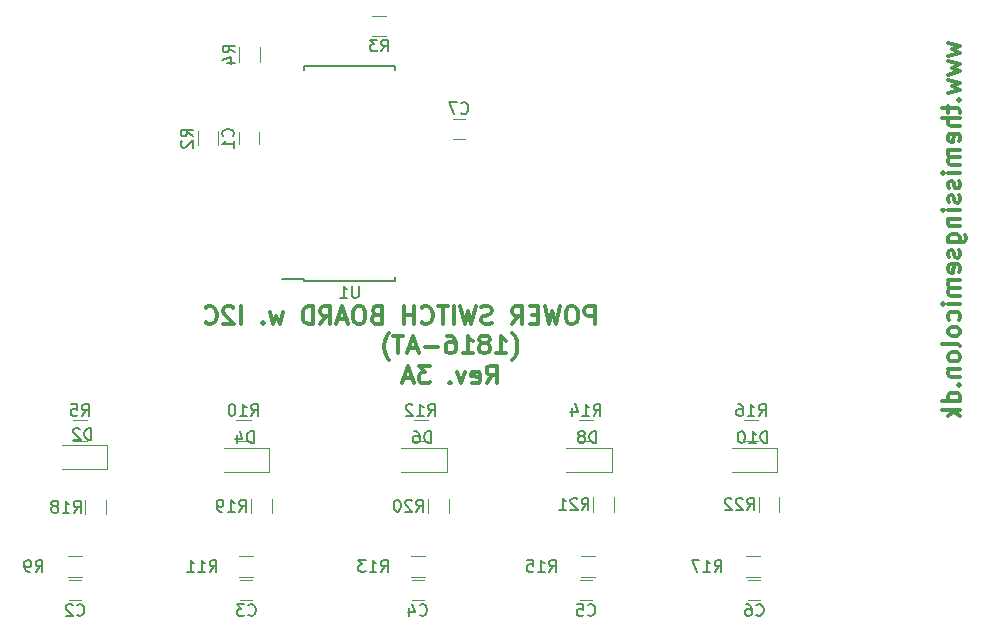
<source format=gbo>
G04 #@! TF.GenerationSoftware,KiCad,Pcbnew,(5.0.0-rc2-dev-340-g7483a73a5)*
G04 #@! TF.CreationDate,2018-04-20T18:58:31+02:00*
G04 #@! TF.ProjectId,PWRCTRLBRD,5057524354524C4252442E6B69636164,rev?*
G04 #@! TF.SameCoordinates,Original*
G04 #@! TF.FileFunction,Legend,Bot*
G04 #@! TF.FilePolarity,Positive*
%FSLAX46Y46*%
G04 Gerber Fmt 4.6, Leading zero omitted, Abs format (unit mm)*
G04 Created by KiCad (PCBNEW (5.0.0-rc2-dev-340-g7483a73a5)) date 04/20/18 18:58:31*
%MOMM*%
%LPD*%
G01*
G04 APERTURE LIST*
%ADD10C,0.300000*%
%ADD11C,0.120000*%
%ADD12C,0.150000*%
G04 APERTURE END LIST*
D10*
X212252571Y-95584857D02*
X213252571Y-95870571D01*
X212538285Y-96156285D01*
X213252571Y-96442000D01*
X212252571Y-96727714D01*
X212252571Y-97156285D02*
X213252571Y-97442000D01*
X212538285Y-97727714D01*
X213252571Y-98013428D01*
X212252571Y-98299142D01*
X212252571Y-98727714D02*
X213252571Y-99013428D01*
X212538285Y-99299142D01*
X213252571Y-99584857D01*
X212252571Y-99870571D01*
X213109714Y-100442000D02*
X213181142Y-100513428D01*
X213252571Y-100442000D01*
X213181142Y-100370571D01*
X213109714Y-100442000D01*
X213252571Y-100442000D01*
X212252571Y-100942000D02*
X212252571Y-101513428D01*
X211752571Y-101156285D02*
X213038285Y-101156285D01*
X213181142Y-101227714D01*
X213252571Y-101370571D01*
X213252571Y-101513428D01*
X213252571Y-102013428D02*
X211752571Y-102013428D01*
X213252571Y-102656285D02*
X212466857Y-102656285D01*
X212324000Y-102584857D01*
X212252571Y-102442000D01*
X212252571Y-102227714D01*
X212324000Y-102084857D01*
X212395428Y-102013428D01*
X213181142Y-103942000D02*
X213252571Y-103799142D01*
X213252571Y-103513428D01*
X213181142Y-103370571D01*
X213038285Y-103299142D01*
X212466857Y-103299142D01*
X212324000Y-103370571D01*
X212252571Y-103513428D01*
X212252571Y-103799142D01*
X212324000Y-103942000D01*
X212466857Y-104013428D01*
X212609714Y-104013428D01*
X212752571Y-103299142D01*
X213252571Y-104656285D02*
X212252571Y-104656285D01*
X212395428Y-104656285D02*
X212324000Y-104727714D01*
X212252571Y-104870571D01*
X212252571Y-105084857D01*
X212324000Y-105227714D01*
X212466857Y-105299142D01*
X213252571Y-105299142D01*
X212466857Y-105299142D02*
X212324000Y-105370571D01*
X212252571Y-105513428D01*
X212252571Y-105727714D01*
X212324000Y-105870571D01*
X212466857Y-105942000D01*
X213252571Y-105942000D01*
X213252571Y-106656285D02*
X212252571Y-106656285D01*
X211752571Y-106656285D02*
X211824000Y-106584857D01*
X211895428Y-106656285D01*
X211824000Y-106727714D01*
X211752571Y-106656285D01*
X211895428Y-106656285D01*
X213181142Y-107299142D02*
X213252571Y-107442000D01*
X213252571Y-107727714D01*
X213181142Y-107870571D01*
X213038285Y-107942000D01*
X212966857Y-107942000D01*
X212824000Y-107870571D01*
X212752571Y-107727714D01*
X212752571Y-107513428D01*
X212681142Y-107370571D01*
X212538285Y-107299142D01*
X212466857Y-107299142D01*
X212324000Y-107370571D01*
X212252571Y-107513428D01*
X212252571Y-107727714D01*
X212324000Y-107870571D01*
X213181142Y-108513428D02*
X213252571Y-108656285D01*
X213252571Y-108942000D01*
X213181142Y-109084857D01*
X213038285Y-109156285D01*
X212966857Y-109156285D01*
X212824000Y-109084857D01*
X212752571Y-108942000D01*
X212752571Y-108727714D01*
X212681142Y-108584857D01*
X212538285Y-108513428D01*
X212466857Y-108513428D01*
X212324000Y-108584857D01*
X212252571Y-108727714D01*
X212252571Y-108942000D01*
X212324000Y-109084857D01*
X213252571Y-109799142D02*
X212252571Y-109799142D01*
X211752571Y-109799142D02*
X211824000Y-109727714D01*
X211895428Y-109799142D01*
X211824000Y-109870571D01*
X211752571Y-109799142D01*
X211895428Y-109799142D01*
X212252571Y-110513428D02*
X213252571Y-110513428D01*
X212395428Y-110513428D02*
X212324000Y-110584857D01*
X212252571Y-110727714D01*
X212252571Y-110942000D01*
X212324000Y-111084857D01*
X212466857Y-111156285D01*
X213252571Y-111156285D01*
X212252571Y-112513428D02*
X213466857Y-112513428D01*
X213609714Y-112442000D01*
X213681142Y-112370571D01*
X213752571Y-112227714D01*
X213752571Y-112013428D01*
X213681142Y-111870571D01*
X213181142Y-112513428D02*
X213252571Y-112370571D01*
X213252571Y-112084857D01*
X213181142Y-111942000D01*
X213109714Y-111870571D01*
X212966857Y-111799142D01*
X212538285Y-111799142D01*
X212395428Y-111870571D01*
X212324000Y-111942000D01*
X212252571Y-112084857D01*
X212252571Y-112370571D01*
X212324000Y-112513428D01*
X213181142Y-113156285D02*
X213252571Y-113299142D01*
X213252571Y-113584857D01*
X213181142Y-113727714D01*
X213038285Y-113799142D01*
X212966857Y-113799142D01*
X212824000Y-113727714D01*
X212752571Y-113584857D01*
X212752571Y-113370571D01*
X212681142Y-113227714D01*
X212538285Y-113156285D01*
X212466857Y-113156285D01*
X212324000Y-113227714D01*
X212252571Y-113370571D01*
X212252571Y-113584857D01*
X212324000Y-113727714D01*
X213181142Y-115013428D02*
X213252571Y-114870571D01*
X213252571Y-114584857D01*
X213181142Y-114442000D01*
X213038285Y-114370571D01*
X212466857Y-114370571D01*
X212324000Y-114442000D01*
X212252571Y-114584857D01*
X212252571Y-114870571D01*
X212324000Y-115013428D01*
X212466857Y-115084857D01*
X212609714Y-115084857D01*
X212752571Y-114370571D01*
X213252571Y-115727714D02*
X212252571Y-115727714D01*
X212395428Y-115727714D02*
X212324000Y-115799142D01*
X212252571Y-115942000D01*
X212252571Y-116156285D01*
X212324000Y-116299142D01*
X212466857Y-116370571D01*
X213252571Y-116370571D01*
X212466857Y-116370571D02*
X212324000Y-116442000D01*
X212252571Y-116584857D01*
X212252571Y-116799142D01*
X212324000Y-116942000D01*
X212466857Y-117013428D01*
X213252571Y-117013428D01*
X213252571Y-117727714D02*
X212252571Y-117727714D01*
X211752571Y-117727714D02*
X211824000Y-117656285D01*
X211895428Y-117727714D01*
X211824000Y-117799142D01*
X211752571Y-117727714D01*
X211895428Y-117727714D01*
X213181142Y-119084857D02*
X213252571Y-118942000D01*
X213252571Y-118656285D01*
X213181142Y-118513428D01*
X213109714Y-118442000D01*
X212966857Y-118370571D01*
X212538285Y-118370571D01*
X212395428Y-118442000D01*
X212324000Y-118513428D01*
X212252571Y-118656285D01*
X212252571Y-118942000D01*
X212324000Y-119084857D01*
X213252571Y-119942000D02*
X213181142Y-119799142D01*
X213109714Y-119727714D01*
X212966857Y-119656285D01*
X212538285Y-119656285D01*
X212395428Y-119727714D01*
X212324000Y-119799142D01*
X212252571Y-119942000D01*
X212252571Y-120156285D01*
X212324000Y-120299142D01*
X212395428Y-120370571D01*
X212538285Y-120442000D01*
X212966857Y-120442000D01*
X213109714Y-120370571D01*
X213181142Y-120299142D01*
X213252571Y-120156285D01*
X213252571Y-119942000D01*
X213252571Y-121299142D02*
X213181142Y-121156285D01*
X213038285Y-121084857D01*
X211752571Y-121084857D01*
X213252571Y-122084857D02*
X213181142Y-121942000D01*
X213109714Y-121870571D01*
X212966857Y-121799142D01*
X212538285Y-121799142D01*
X212395428Y-121870571D01*
X212324000Y-121942000D01*
X212252571Y-122084857D01*
X212252571Y-122299142D01*
X212324000Y-122442000D01*
X212395428Y-122513428D01*
X212538285Y-122584857D01*
X212966857Y-122584857D01*
X213109714Y-122513428D01*
X213181142Y-122442000D01*
X213252571Y-122299142D01*
X213252571Y-122084857D01*
X212252571Y-123227714D02*
X213252571Y-123227714D01*
X212395428Y-123227714D02*
X212324000Y-123299142D01*
X212252571Y-123442000D01*
X212252571Y-123656285D01*
X212324000Y-123799142D01*
X212466857Y-123870571D01*
X213252571Y-123870571D01*
X213109714Y-124584857D02*
X213181142Y-124656285D01*
X213252571Y-124584857D01*
X213181142Y-124513428D01*
X213109714Y-124584857D01*
X213252571Y-124584857D01*
X213252571Y-125942000D02*
X211752571Y-125942000D01*
X213181142Y-125942000D02*
X213252571Y-125799142D01*
X213252571Y-125513428D01*
X213181142Y-125370571D01*
X213109714Y-125299142D01*
X212966857Y-125227714D01*
X212538285Y-125227714D01*
X212395428Y-125299142D01*
X212324000Y-125370571D01*
X212252571Y-125513428D01*
X212252571Y-125799142D01*
X212324000Y-125942000D01*
X213252571Y-126656285D02*
X211752571Y-126656285D01*
X212681142Y-126799142D02*
X213252571Y-127227714D01*
X212252571Y-127227714D02*
X212824000Y-126656285D01*
X175338285Y-122467000D02*
X175409714Y-122395571D01*
X175552571Y-122181285D01*
X175624000Y-122038428D01*
X175695428Y-121824142D01*
X175766857Y-121467000D01*
X175766857Y-121181285D01*
X175695428Y-120824142D01*
X175624000Y-120609857D01*
X175552571Y-120467000D01*
X175409714Y-120252714D01*
X175338285Y-120181285D01*
X173981142Y-121895571D02*
X174838285Y-121895571D01*
X174409714Y-121895571D02*
X174409714Y-120395571D01*
X174552571Y-120609857D01*
X174695428Y-120752714D01*
X174838285Y-120824142D01*
X173124000Y-121038428D02*
X173266857Y-120967000D01*
X173338285Y-120895571D01*
X173409714Y-120752714D01*
X173409714Y-120681285D01*
X173338285Y-120538428D01*
X173266857Y-120467000D01*
X173124000Y-120395571D01*
X172838285Y-120395571D01*
X172695428Y-120467000D01*
X172624000Y-120538428D01*
X172552571Y-120681285D01*
X172552571Y-120752714D01*
X172624000Y-120895571D01*
X172695428Y-120967000D01*
X172838285Y-121038428D01*
X173124000Y-121038428D01*
X173266857Y-121109857D01*
X173338285Y-121181285D01*
X173409714Y-121324142D01*
X173409714Y-121609857D01*
X173338285Y-121752714D01*
X173266857Y-121824142D01*
X173124000Y-121895571D01*
X172838285Y-121895571D01*
X172695428Y-121824142D01*
X172624000Y-121752714D01*
X172552571Y-121609857D01*
X172552571Y-121324142D01*
X172624000Y-121181285D01*
X172695428Y-121109857D01*
X172838285Y-121038428D01*
X171124000Y-121895571D02*
X171981142Y-121895571D01*
X171552571Y-121895571D02*
X171552571Y-120395571D01*
X171695428Y-120609857D01*
X171838285Y-120752714D01*
X171981142Y-120824142D01*
X169838285Y-120395571D02*
X170124000Y-120395571D01*
X170266857Y-120467000D01*
X170338285Y-120538428D01*
X170481142Y-120752714D01*
X170552571Y-121038428D01*
X170552571Y-121609857D01*
X170481142Y-121752714D01*
X170409714Y-121824142D01*
X170266857Y-121895571D01*
X169981142Y-121895571D01*
X169838285Y-121824142D01*
X169766857Y-121752714D01*
X169695428Y-121609857D01*
X169695428Y-121252714D01*
X169766857Y-121109857D01*
X169838285Y-121038428D01*
X169981142Y-120967000D01*
X170266857Y-120967000D01*
X170409714Y-121038428D01*
X170481142Y-121109857D01*
X170552571Y-121252714D01*
X169052571Y-121324142D02*
X167909714Y-121324142D01*
X167266857Y-121467000D02*
X166552571Y-121467000D01*
X167409714Y-121895571D02*
X166909714Y-120395571D01*
X166409714Y-121895571D01*
X166124000Y-120395571D02*
X165266857Y-120395571D01*
X165695428Y-121895571D02*
X165695428Y-120395571D01*
X164909714Y-122467000D02*
X164838285Y-122395571D01*
X164695428Y-122181285D01*
X164624000Y-122038428D01*
X164552571Y-121824142D01*
X164481142Y-121467000D01*
X164481142Y-121181285D01*
X164552571Y-120824142D01*
X164624000Y-120609857D01*
X164695428Y-120467000D01*
X164838285Y-120252714D01*
X164909714Y-120181285D01*
X173159714Y-124445571D02*
X173659714Y-123731285D01*
X174016857Y-124445571D02*
X174016857Y-122945571D01*
X173445428Y-122945571D01*
X173302571Y-123017000D01*
X173231142Y-123088428D01*
X173159714Y-123231285D01*
X173159714Y-123445571D01*
X173231142Y-123588428D01*
X173302571Y-123659857D01*
X173445428Y-123731285D01*
X174016857Y-123731285D01*
X171945428Y-124374142D02*
X172088285Y-124445571D01*
X172374000Y-124445571D01*
X172516857Y-124374142D01*
X172588285Y-124231285D01*
X172588285Y-123659857D01*
X172516857Y-123517000D01*
X172374000Y-123445571D01*
X172088285Y-123445571D01*
X171945428Y-123517000D01*
X171874000Y-123659857D01*
X171874000Y-123802714D01*
X172588285Y-123945571D01*
X171374000Y-123445571D02*
X171016857Y-124445571D01*
X170659714Y-123445571D01*
X170088285Y-124302714D02*
X170016857Y-124374142D01*
X170088285Y-124445571D01*
X170159714Y-124374142D01*
X170088285Y-124302714D01*
X170088285Y-124445571D01*
X168374000Y-122945571D02*
X167445428Y-122945571D01*
X167945428Y-123517000D01*
X167731142Y-123517000D01*
X167588285Y-123588428D01*
X167516857Y-123659857D01*
X167445428Y-123802714D01*
X167445428Y-124159857D01*
X167516857Y-124302714D01*
X167588285Y-124374142D01*
X167731142Y-124445571D01*
X168159714Y-124445571D01*
X168302571Y-124374142D01*
X168374000Y-124302714D01*
X166874000Y-124017000D02*
X166159714Y-124017000D01*
X167016857Y-124445571D02*
X166516857Y-122945571D01*
X166016857Y-124445571D01*
X182302571Y-119420571D02*
X182302571Y-117920571D01*
X181731142Y-117920571D01*
X181588285Y-117992000D01*
X181516857Y-118063428D01*
X181445428Y-118206285D01*
X181445428Y-118420571D01*
X181516857Y-118563428D01*
X181588285Y-118634857D01*
X181731142Y-118706285D01*
X182302571Y-118706285D01*
X180516857Y-117920571D02*
X180231142Y-117920571D01*
X180088285Y-117992000D01*
X179945428Y-118134857D01*
X179874000Y-118420571D01*
X179874000Y-118920571D01*
X179945428Y-119206285D01*
X180088285Y-119349142D01*
X180231142Y-119420571D01*
X180516857Y-119420571D01*
X180659714Y-119349142D01*
X180802571Y-119206285D01*
X180874000Y-118920571D01*
X180874000Y-118420571D01*
X180802571Y-118134857D01*
X180659714Y-117992000D01*
X180516857Y-117920571D01*
X179374000Y-117920571D02*
X179016857Y-119420571D01*
X178731142Y-118349142D01*
X178445428Y-119420571D01*
X178088285Y-117920571D01*
X177516857Y-118634857D02*
X177016857Y-118634857D01*
X176802571Y-119420571D02*
X177516857Y-119420571D01*
X177516857Y-117920571D01*
X176802571Y-117920571D01*
X175302571Y-119420571D02*
X175802571Y-118706285D01*
X176159714Y-119420571D02*
X176159714Y-117920571D01*
X175588285Y-117920571D01*
X175445428Y-117992000D01*
X175374000Y-118063428D01*
X175302571Y-118206285D01*
X175302571Y-118420571D01*
X175374000Y-118563428D01*
X175445428Y-118634857D01*
X175588285Y-118706285D01*
X176159714Y-118706285D01*
X173588285Y-119349142D02*
X173374000Y-119420571D01*
X173016857Y-119420571D01*
X172874000Y-119349142D01*
X172802571Y-119277714D01*
X172731142Y-119134857D01*
X172731142Y-118992000D01*
X172802571Y-118849142D01*
X172874000Y-118777714D01*
X173016857Y-118706285D01*
X173302571Y-118634857D01*
X173445428Y-118563428D01*
X173516857Y-118492000D01*
X173588285Y-118349142D01*
X173588285Y-118206285D01*
X173516857Y-118063428D01*
X173445428Y-117992000D01*
X173302571Y-117920571D01*
X172945428Y-117920571D01*
X172731142Y-117992000D01*
X172231142Y-117920571D02*
X171874000Y-119420571D01*
X171588285Y-118349142D01*
X171302571Y-119420571D01*
X170945428Y-117920571D01*
X170374000Y-119420571D02*
X170374000Y-117920571D01*
X169874000Y-117920571D02*
X169016857Y-117920571D01*
X169445428Y-119420571D02*
X169445428Y-117920571D01*
X167659714Y-119277714D02*
X167731142Y-119349142D01*
X167945428Y-119420571D01*
X168088285Y-119420571D01*
X168302571Y-119349142D01*
X168445428Y-119206285D01*
X168516857Y-119063428D01*
X168588285Y-118777714D01*
X168588285Y-118563428D01*
X168516857Y-118277714D01*
X168445428Y-118134857D01*
X168302571Y-117992000D01*
X168088285Y-117920571D01*
X167945428Y-117920571D01*
X167731142Y-117992000D01*
X167659714Y-118063428D01*
X167016857Y-119420571D02*
X167016857Y-117920571D01*
X167016857Y-118634857D02*
X166159714Y-118634857D01*
X166159714Y-119420571D02*
X166159714Y-117920571D01*
X163802571Y-118634857D02*
X163588285Y-118706285D01*
X163516857Y-118777714D01*
X163445428Y-118920571D01*
X163445428Y-119134857D01*
X163516857Y-119277714D01*
X163588285Y-119349142D01*
X163731142Y-119420571D01*
X164302571Y-119420571D01*
X164302571Y-117920571D01*
X163802571Y-117920571D01*
X163659714Y-117992000D01*
X163588285Y-118063428D01*
X163516857Y-118206285D01*
X163516857Y-118349142D01*
X163588285Y-118492000D01*
X163659714Y-118563428D01*
X163802571Y-118634857D01*
X164302571Y-118634857D01*
X162516857Y-117920571D02*
X162231142Y-117920571D01*
X162088285Y-117992000D01*
X161945428Y-118134857D01*
X161874000Y-118420571D01*
X161874000Y-118920571D01*
X161945428Y-119206285D01*
X162088285Y-119349142D01*
X162231142Y-119420571D01*
X162516857Y-119420571D01*
X162659714Y-119349142D01*
X162802571Y-119206285D01*
X162874000Y-118920571D01*
X162874000Y-118420571D01*
X162802571Y-118134857D01*
X162659714Y-117992000D01*
X162516857Y-117920571D01*
X161302571Y-118992000D02*
X160588285Y-118992000D01*
X161445428Y-119420571D02*
X160945428Y-117920571D01*
X160445428Y-119420571D01*
X159088285Y-119420571D02*
X159588285Y-118706285D01*
X159945428Y-119420571D02*
X159945428Y-117920571D01*
X159374000Y-117920571D01*
X159231142Y-117992000D01*
X159159714Y-118063428D01*
X159088285Y-118206285D01*
X159088285Y-118420571D01*
X159159714Y-118563428D01*
X159231142Y-118634857D01*
X159374000Y-118706285D01*
X159945428Y-118706285D01*
X158445428Y-119420571D02*
X158445428Y-117920571D01*
X158088285Y-117920571D01*
X157874000Y-117992000D01*
X157731142Y-118134857D01*
X157659714Y-118277714D01*
X157588285Y-118563428D01*
X157588285Y-118777714D01*
X157659714Y-119063428D01*
X157731142Y-119206285D01*
X157874000Y-119349142D01*
X158088285Y-119420571D01*
X158445428Y-119420571D01*
X155945428Y-118420571D02*
X155659714Y-119420571D01*
X155374000Y-118706285D01*
X155088285Y-119420571D01*
X154802571Y-118420571D01*
X154231142Y-119277714D02*
X154159714Y-119349142D01*
X154231142Y-119420571D01*
X154302571Y-119349142D01*
X154231142Y-119277714D01*
X154231142Y-119420571D01*
X152374000Y-119420571D02*
X152374000Y-117920571D01*
X151731142Y-118063428D02*
X151659714Y-117992000D01*
X151516857Y-117920571D01*
X151159714Y-117920571D01*
X151016857Y-117992000D01*
X150945428Y-118063428D01*
X150874000Y-118206285D01*
X150874000Y-118349142D01*
X150945428Y-118563428D01*
X151802571Y-119420571D01*
X150874000Y-119420571D01*
X149374000Y-119277714D02*
X149445428Y-119349142D01*
X149659714Y-119420571D01*
X149802571Y-119420571D01*
X150016857Y-119349142D01*
X150159714Y-119206285D01*
X150231142Y-119063428D01*
X150302571Y-118777714D01*
X150302571Y-118563428D01*
X150231142Y-118277714D01*
X150159714Y-118134857D01*
X150016857Y-117992000D01*
X149802571Y-117920571D01*
X149659714Y-117920571D01*
X149445428Y-117992000D01*
X149374000Y-118063428D01*
D11*
X152224000Y-104192000D02*
X152224000Y-103192000D01*
X153924000Y-103192000D02*
X153924000Y-104192000D01*
X138824000Y-142792000D02*
X137824000Y-142792000D01*
X137824000Y-141092000D02*
X138824000Y-141092000D01*
X153324000Y-142792000D02*
X152324000Y-142792000D01*
X152324000Y-141092000D02*
X153324000Y-141092000D01*
X167824000Y-142792000D02*
X166824000Y-142792000D01*
X166824000Y-141092000D02*
X167824000Y-141092000D01*
X182074000Y-142792000D02*
X181074000Y-142792000D01*
X181074000Y-141092000D02*
X182074000Y-141092000D01*
X196324000Y-142792000D02*
X195324000Y-142792000D01*
X195324000Y-141092000D02*
X196324000Y-141092000D01*
X148694000Y-103092000D02*
X148694000Y-104292000D01*
X150454000Y-104292000D02*
X150454000Y-103092000D01*
X164674000Y-93312000D02*
X163474000Y-93312000D01*
X163474000Y-95072000D02*
X164674000Y-95072000D01*
X153954000Y-97192000D02*
X153954000Y-95992000D01*
X152194000Y-95992000D02*
X152194000Y-97192000D01*
X138124000Y-129322000D02*
X139324000Y-129322000D01*
X139324000Y-127562000D02*
X138124000Y-127562000D01*
X138924000Y-139062000D02*
X137724000Y-139062000D01*
X137724000Y-140822000D02*
X138924000Y-140822000D01*
X151974000Y-129322000D02*
X153174000Y-129322000D01*
X153174000Y-127562000D02*
X151974000Y-127562000D01*
X153424000Y-139062000D02*
X152224000Y-139062000D01*
X152224000Y-140822000D02*
X153424000Y-140822000D01*
X166974000Y-129322000D02*
X168174000Y-129322000D01*
X168174000Y-127562000D02*
X166974000Y-127562000D01*
X167924000Y-139062000D02*
X166724000Y-139062000D01*
X166724000Y-140822000D02*
X167924000Y-140822000D01*
X180974000Y-129322000D02*
X182174000Y-129322000D01*
X182174000Y-127562000D02*
X180974000Y-127562000D01*
X182324000Y-139062000D02*
X181124000Y-139062000D01*
X181124000Y-140822000D02*
X182324000Y-140822000D01*
X194974000Y-129322000D02*
X196174000Y-129322000D01*
X196174000Y-127562000D02*
X194974000Y-127562000D01*
X196324000Y-139062000D02*
X195124000Y-139062000D01*
X195124000Y-140822000D02*
X196324000Y-140822000D01*
D12*
X157699000Y-115817000D02*
X157699000Y-115567000D01*
X165449000Y-115817000D02*
X165449000Y-115472000D01*
X165449000Y-97567000D02*
X165449000Y-97912000D01*
X157699000Y-97567000D02*
X157699000Y-97912000D01*
X157699000Y-115817000D02*
X165449000Y-115817000D01*
X157699000Y-97567000D02*
X165449000Y-97567000D01*
X157699000Y-115567000D02*
X155874000Y-115567000D01*
D11*
X140954000Y-135542000D02*
X140954000Y-134342000D01*
X139194000Y-134342000D02*
X139194000Y-135542000D01*
X154954000Y-135442000D02*
X154954000Y-134242000D01*
X153194000Y-134242000D02*
X153194000Y-135442000D01*
X169954000Y-135442000D02*
X169954000Y-134242000D01*
X168194000Y-134242000D02*
X168194000Y-135442000D01*
X183954000Y-135292000D02*
X183954000Y-134092000D01*
X182194000Y-134092000D02*
X182194000Y-135292000D01*
X197954000Y-135292000D02*
X197954000Y-134092000D01*
X196194000Y-134092000D02*
X196194000Y-135292000D01*
X170324000Y-102092000D02*
X171324000Y-102092000D01*
X171324000Y-103792000D02*
X170324000Y-103792000D01*
X141024000Y-129692000D02*
X137174000Y-129692000D01*
X141024000Y-131692000D02*
X137174000Y-131692000D01*
X141024000Y-129692000D02*
X141024000Y-131692000D01*
X154774000Y-129942000D02*
X154774000Y-131942000D01*
X154774000Y-131942000D02*
X150924000Y-131942000D01*
X154774000Y-129942000D02*
X150924000Y-129942000D01*
X169774000Y-129942000D02*
X169774000Y-131942000D01*
X169774000Y-131942000D02*
X165924000Y-131942000D01*
X169774000Y-129942000D02*
X165924000Y-129942000D01*
X183774000Y-129942000D02*
X183774000Y-131942000D01*
X183774000Y-131942000D02*
X179924000Y-131942000D01*
X183774000Y-129942000D02*
X179924000Y-129942000D01*
X197774000Y-129942000D02*
X197774000Y-131942000D01*
X197774000Y-131942000D02*
X193924000Y-131942000D01*
X197774000Y-129942000D02*
X193924000Y-129942000D01*
D12*
X151681142Y-103525333D02*
X151728761Y-103477714D01*
X151776380Y-103334857D01*
X151776380Y-103239619D01*
X151728761Y-103096761D01*
X151633523Y-103001523D01*
X151538285Y-102953904D01*
X151347809Y-102906285D01*
X151204952Y-102906285D01*
X151014476Y-102953904D01*
X150919238Y-103001523D01*
X150824000Y-103096761D01*
X150776380Y-103239619D01*
X150776380Y-103334857D01*
X150824000Y-103477714D01*
X150871619Y-103525333D01*
X151776380Y-104477714D02*
X151776380Y-103906285D01*
X151776380Y-104192000D02*
X150776380Y-104192000D01*
X150919238Y-104096761D01*
X151014476Y-104001523D01*
X151062095Y-103906285D01*
X138490666Y-144049142D02*
X138538285Y-144096761D01*
X138681142Y-144144380D01*
X138776380Y-144144380D01*
X138919238Y-144096761D01*
X139014476Y-144001523D01*
X139062095Y-143906285D01*
X139109714Y-143715809D01*
X139109714Y-143572952D01*
X139062095Y-143382476D01*
X139014476Y-143287238D01*
X138919238Y-143192000D01*
X138776380Y-143144380D01*
X138681142Y-143144380D01*
X138538285Y-143192000D01*
X138490666Y-143239619D01*
X138109714Y-143239619D02*
X138062095Y-143192000D01*
X137966857Y-143144380D01*
X137728761Y-143144380D01*
X137633523Y-143192000D01*
X137585904Y-143239619D01*
X137538285Y-143334857D01*
X137538285Y-143430095D01*
X137585904Y-143572952D01*
X138157333Y-144144380D01*
X137538285Y-144144380D01*
X152990666Y-144049142D02*
X153038285Y-144096761D01*
X153181142Y-144144380D01*
X153276380Y-144144380D01*
X153419238Y-144096761D01*
X153514476Y-144001523D01*
X153562095Y-143906285D01*
X153609714Y-143715809D01*
X153609714Y-143572952D01*
X153562095Y-143382476D01*
X153514476Y-143287238D01*
X153419238Y-143192000D01*
X153276380Y-143144380D01*
X153181142Y-143144380D01*
X153038285Y-143192000D01*
X152990666Y-143239619D01*
X152657333Y-143144380D02*
X152038285Y-143144380D01*
X152371619Y-143525333D01*
X152228761Y-143525333D01*
X152133523Y-143572952D01*
X152085904Y-143620571D01*
X152038285Y-143715809D01*
X152038285Y-143953904D01*
X152085904Y-144049142D01*
X152133523Y-144096761D01*
X152228761Y-144144380D01*
X152514476Y-144144380D01*
X152609714Y-144096761D01*
X152657333Y-144049142D01*
X167490666Y-144049142D02*
X167538285Y-144096761D01*
X167681142Y-144144380D01*
X167776380Y-144144380D01*
X167919238Y-144096761D01*
X168014476Y-144001523D01*
X168062095Y-143906285D01*
X168109714Y-143715809D01*
X168109714Y-143572952D01*
X168062095Y-143382476D01*
X168014476Y-143287238D01*
X167919238Y-143192000D01*
X167776380Y-143144380D01*
X167681142Y-143144380D01*
X167538285Y-143192000D01*
X167490666Y-143239619D01*
X166633523Y-143477714D02*
X166633523Y-144144380D01*
X166871619Y-143096761D02*
X167109714Y-143811047D01*
X166490666Y-143811047D01*
X181740666Y-144049142D02*
X181788285Y-144096761D01*
X181931142Y-144144380D01*
X182026380Y-144144380D01*
X182169238Y-144096761D01*
X182264476Y-144001523D01*
X182312095Y-143906285D01*
X182359714Y-143715809D01*
X182359714Y-143572952D01*
X182312095Y-143382476D01*
X182264476Y-143287238D01*
X182169238Y-143192000D01*
X182026380Y-143144380D01*
X181931142Y-143144380D01*
X181788285Y-143192000D01*
X181740666Y-143239619D01*
X180835904Y-143144380D02*
X181312095Y-143144380D01*
X181359714Y-143620571D01*
X181312095Y-143572952D01*
X181216857Y-143525333D01*
X180978761Y-143525333D01*
X180883523Y-143572952D01*
X180835904Y-143620571D01*
X180788285Y-143715809D01*
X180788285Y-143953904D01*
X180835904Y-144049142D01*
X180883523Y-144096761D01*
X180978761Y-144144380D01*
X181216857Y-144144380D01*
X181312095Y-144096761D01*
X181359714Y-144049142D01*
X195990666Y-144049142D02*
X196038285Y-144096761D01*
X196181142Y-144144380D01*
X196276380Y-144144380D01*
X196419238Y-144096761D01*
X196514476Y-144001523D01*
X196562095Y-143906285D01*
X196609714Y-143715809D01*
X196609714Y-143572952D01*
X196562095Y-143382476D01*
X196514476Y-143287238D01*
X196419238Y-143192000D01*
X196276380Y-143144380D01*
X196181142Y-143144380D01*
X196038285Y-143192000D01*
X195990666Y-143239619D01*
X195133523Y-143144380D02*
X195324000Y-143144380D01*
X195419238Y-143192000D01*
X195466857Y-143239619D01*
X195562095Y-143382476D01*
X195609714Y-143572952D01*
X195609714Y-143953904D01*
X195562095Y-144049142D01*
X195514476Y-144096761D01*
X195419238Y-144144380D01*
X195228761Y-144144380D01*
X195133523Y-144096761D01*
X195085904Y-144049142D01*
X195038285Y-143953904D01*
X195038285Y-143715809D01*
X195085904Y-143620571D01*
X195133523Y-143572952D01*
X195228761Y-143525333D01*
X195419238Y-143525333D01*
X195514476Y-143572952D01*
X195562095Y-143620571D01*
X195609714Y-143715809D01*
X148276380Y-103525333D02*
X147800190Y-103192000D01*
X148276380Y-102953904D02*
X147276380Y-102953904D01*
X147276380Y-103334857D01*
X147324000Y-103430095D01*
X147371619Y-103477714D01*
X147466857Y-103525333D01*
X147609714Y-103525333D01*
X147704952Y-103477714D01*
X147752571Y-103430095D01*
X147800190Y-103334857D01*
X147800190Y-102953904D01*
X147371619Y-103906285D02*
X147324000Y-103953904D01*
X147276380Y-104049142D01*
X147276380Y-104287238D01*
X147324000Y-104382476D01*
X147371619Y-104430095D01*
X147466857Y-104477714D01*
X147562095Y-104477714D01*
X147704952Y-104430095D01*
X148276380Y-103858666D01*
X148276380Y-104477714D01*
X164240666Y-96344380D02*
X164574000Y-95868190D01*
X164812095Y-96344380D02*
X164812095Y-95344380D01*
X164431142Y-95344380D01*
X164335904Y-95392000D01*
X164288285Y-95439619D01*
X164240666Y-95534857D01*
X164240666Y-95677714D01*
X164288285Y-95772952D01*
X164335904Y-95820571D01*
X164431142Y-95868190D01*
X164812095Y-95868190D01*
X163907333Y-95344380D02*
X163288285Y-95344380D01*
X163621619Y-95725333D01*
X163478761Y-95725333D01*
X163383523Y-95772952D01*
X163335904Y-95820571D01*
X163288285Y-95915809D01*
X163288285Y-96153904D01*
X163335904Y-96249142D01*
X163383523Y-96296761D01*
X163478761Y-96344380D01*
X163764476Y-96344380D01*
X163859714Y-96296761D01*
X163907333Y-96249142D01*
X151826380Y-96425333D02*
X151350190Y-96092000D01*
X151826380Y-95853904D02*
X150826380Y-95853904D01*
X150826380Y-96234857D01*
X150874000Y-96330095D01*
X150921619Y-96377714D01*
X151016857Y-96425333D01*
X151159714Y-96425333D01*
X151254952Y-96377714D01*
X151302571Y-96330095D01*
X151350190Y-96234857D01*
X151350190Y-95853904D01*
X151159714Y-97282476D02*
X151826380Y-97282476D01*
X150778761Y-97044380D02*
X151493047Y-96806285D01*
X151493047Y-97425333D01*
X138890666Y-127194380D02*
X139224000Y-126718190D01*
X139462095Y-127194380D02*
X139462095Y-126194380D01*
X139081142Y-126194380D01*
X138985904Y-126242000D01*
X138938285Y-126289619D01*
X138890666Y-126384857D01*
X138890666Y-126527714D01*
X138938285Y-126622952D01*
X138985904Y-126670571D01*
X139081142Y-126718190D01*
X139462095Y-126718190D01*
X137985904Y-126194380D02*
X138462095Y-126194380D01*
X138509714Y-126670571D01*
X138462095Y-126622952D01*
X138366857Y-126575333D01*
X138128761Y-126575333D01*
X138033523Y-126622952D01*
X137985904Y-126670571D01*
X137938285Y-126765809D01*
X137938285Y-127003904D01*
X137985904Y-127099142D01*
X138033523Y-127146761D01*
X138128761Y-127194380D01*
X138366857Y-127194380D01*
X138462095Y-127146761D01*
X138509714Y-127099142D01*
X134990666Y-140394380D02*
X135324000Y-139918190D01*
X135562095Y-140394380D02*
X135562095Y-139394380D01*
X135181142Y-139394380D01*
X135085904Y-139442000D01*
X135038285Y-139489619D01*
X134990666Y-139584857D01*
X134990666Y-139727714D01*
X135038285Y-139822952D01*
X135085904Y-139870571D01*
X135181142Y-139918190D01*
X135562095Y-139918190D01*
X134514476Y-140394380D02*
X134324000Y-140394380D01*
X134228761Y-140346761D01*
X134181142Y-140299142D01*
X134085904Y-140156285D01*
X134038285Y-139965809D01*
X134038285Y-139584857D01*
X134085904Y-139489619D01*
X134133523Y-139442000D01*
X134228761Y-139394380D01*
X134419238Y-139394380D01*
X134514476Y-139442000D01*
X134562095Y-139489619D01*
X134609714Y-139584857D01*
X134609714Y-139822952D01*
X134562095Y-139918190D01*
X134514476Y-139965809D01*
X134419238Y-140013428D01*
X134228761Y-140013428D01*
X134133523Y-139965809D01*
X134085904Y-139918190D01*
X134038285Y-139822952D01*
X153216857Y-127194380D02*
X153550190Y-126718190D01*
X153788285Y-127194380D02*
X153788285Y-126194380D01*
X153407333Y-126194380D01*
X153312095Y-126242000D01*
X153264476Y-126289619D01*
X153216857Y-126384857D01*
X153216857Y-126527714D01*
X153264476Y-126622952D01*
X153312095Y-126670571D01*
X153407333Y-126718190D01*
X153788285Y-126718190D01*
X152264476Y-127194380D02*
X152835904Y-127194380D01*
X152550190Y-127194380D02*
X152550190Y-126194380D01*
X152645428Y-126337238D01*
X152740666Y-126432476D01*
X152835904Y-126480095D01*
X151645428Y-126194380D02*
X151550190Y-126194380D01*
X151454952Y-126242000D01*
X151407333Y-126289619D01*
X151359714Y-126384857D01*
X151312095Y-126575333D01*
X151312095Y-126813428D01*
X151359714Y-127003904D01*
X151407333Y-127099142D01*
X151454952Y-127146761D01*
X151550190Y-127194380D01*
X151645428Y-127194380D01*
X151740666Y-127146761D01*
X151788285Y-127099142D01*
X151835904Y-127003904D01*
X151883523Y-126813428D01*
X151883523Y-126575333D01*
X151835904Y-126384857D01*
X151788285Y-126289619D01*
X151740666Y-126242000D01*
X151645428Y-126194380D01*
X149716857Y-140394380D02*
X150050190Y-139918190D01*
X150288285Y-140394380D02*
X150288285Y-139394380D01*
X149907333Y-139394380D01*
X149812095Y-139442000D01*
X149764476Y-139489619D01*
X149716857Y-139584857D01*
X149716857Y-139727714D01*
X149764476Y-139822952D01*
X149812095Y-139870571D01*
X149907333Y-139918190D01*
X150288285Y-139918190D01*
X148764476Y-140394380D02*
X149335904Y-140394380D01*
X149050190Y-140394380D02*
X149050190Y-139394380D01*
X149145428Y-139537238D01*
X149240666Y-139632476D01*
X149335904Y-139680095D01*
X147812095Y-140394380D02*
X148383523Y-140394380D01*
X148097809Y-140394380D02*
X148097809Y-139394380D01*
X148193047Y-139537238D01*
X148288285Y-139632476D01*
X148383523Y-139680095D01*
X168216857Y-127194380D02*
X168550190Y-126718190D01*
X168788285Y-127194380D02*
X168788285Y-126194380D01*
X168407333Y-126194380D01*
X168312095Y-126242000D01*
X168264476Y-126289619D01*
X168216857Y-126384857D01*
X168216857Y-126527714D01*
X168264476Y-126622952D01*
X168312095Y-126670571D01*
X168407333Y-126718190D01*
X168788285Y-126718190D01*
X167264476Y-127194380D02*
X167835904Y-127194380D01*
X167550190Y-127194380D02*
X167550190Y-126194380D01*
X167645428Y-126337238D01*
X167740666Y-126432476D01*
X167835904Y-126480095D01*
X166883523Y-126289619D02*
X166835904Y-126242000D01*
X166740666Y-126194380D01*
X166502571Y-126194380D01*
X166407333Y-126242000D01*
X166359714Y-126289619D01*
X166312095Y-126384857D01*
X166312095Y-126480095D01*
X166359714Y-126622952D01*
X166931142Y-127194380D01*
X166312095Y-127194380D01*
X164216857Y-140394380D02*
X164550190Y-139918190D01*
X164788285Y-140394380D02*
X164788285Y-139394380D01*
X164407333Y-139394380D01*
X164312095Y-139442000D01*
X164264476Y-139489619D01*
X164216857Y-139584857D01*
X164216857Y-139727714D01*
X164264476Y-139822952D01*
X164312095Y-139870571D01*
X164407333Y-139918190D01*
X164788285Y-139918190D01*
X163264476Y-140394380D02*
X163835904Y-140394380D01*
X163550190Y-140394380D02*
X163550190Y-139394380D01*
X163645428Y-139537238D01*
X163740666Y-139632476D01*
X163835904Y-139680095D01*
X162931142Y-139394380D02*
X162312095Y-139394380D01*
X162645428Y-139775333D01*
X162502571Y-139775333D01*
X162407333Y-139822952D01*
X162359714Y-139870571D01*
X162312095Y-139965809D01*
X162312095Y-140203904D01*
X162359714Y-140299142D01*
X162407333Y-140346761D01*
X162502571Y-140394380D01*
X162788285Y-140394380D01*
X162883523Y-140346761D01*
X162931142Y-140299142D01*
X182216857Y-127194380D02*
X182550190Y-126718190D01*
X182788285Y-127194380D02*
X182788285Y-126194380D01*
X182407333Y-126194380D01*
X182312095Y-126242000D01*
X182264476Y-126289619D01*
X182216857Y-126384857D01*
X182216857Y-126527714D01*
X182264476Y-126622952D01*
X182312095Y-126670571D01*
X182407333Y-126718190D01*
X182788285Y-126718190D01*
X181264476Y-127194380D02*
X181835904Y-127194380D01*
X181550190Y-127194380D02*
X181550190Y-126194380D01*
X181645428Y-126337238D01*
X181740666Y-126432476D01*
X181835904Y-126480095D01*
X180407333Y-126527714D02*
X180407333Y-127194380D01*
X180645428Y-126146761D02*
X180883523Y-126861047D01*
X180264476Y-126861047D01*
X178466857Y-140394380D02*
X178800190Y-139918190D01*
X179038285Y-140394380D02*
X179038285Y-139394380D01*
X178657333Y-139394380D01*
X178562095Y-139442000D01*
X178514476Y-139489619D01*
X178466857Y-139584857D01*
X178466857Y-139727714D01*
X178514476Y-139822952D01*
X178562095Y-139870571D01*
X178657333Y-139918190D01*
X179038285Y-139918190D01*
X177514476Y-140394380D02*
X178085904Y-140394380D01*
X177800190Y-140394380D02*
X177800190Y-139394380D01*
X177895428Y-139537238D01*
X177990666Y-139632476D01*
X178085904Y-139680095D01*
X176609714Y-139394380D02*
X177085904Y-139394380D01*
X177133523Y-139870571D01*
X177085904Y-139822952D01*
X176990666Y-139775333D01*
X176752571Y-139775333D01*
X176657333Y-139822952D01*
X176609714Y-139870571D01*
X176562095Y-139965809D01*
X176562095Y-140203904D01*
X176609714Y-140299142D01*
X176657333Y-140346761D01*
X176752571Y-140394380D01*
X176990666Y-140394380D01*
X177085904Y-140346761D01*
X177133523Y-140299142D01*
X196216857Y-127194380D02*
X196550190Y-126718190D01*
X196788285Y-127194380D02*
X196788285Y-126194380D01*
X196407333Y-126194380D01*
X196312095Y-126242000D01*
X196264476Y-126289619D01*
X196216857Y-126384857D01*
X196216857Y-126527714D01*
X196264476Y-126622952D01*
X196312095Y-126670571D01*
X196407333Y-126718190D01*
X196788285Y-126718190D01*
X195264476Y-127194380D02*
X195835904Y-127194380D01*
X195550190Y-127194380D02*
X195550190Y-126194380D01*
X195645428Y-126337238D01*
X195740666Y-126432476D01*
X195835904Y-126480095D01*
X194407333Y-126194380D02*
X194597809Y-126194380D01*
X194693047Y-126242000D01*
X194740666Y-126289619D01*
X194835904Y-126432476D01*
X194883523Y-126622952D01*
X194883523Y-127003904D01*
X194835904Y-127099142D01*
X194788285Y-127146761D01*
X194693047Y-127194380D01*
X194502571Y-127194380D01*
X194407333Y-127146761D01*
X194359714Y-127099142D01*
X194312095Y-127003904D01*
X194312095Y-126765809D01*
X194359714Y-126670571D01*
X194407333Y-126622952D01*
X194502571Y-126575333D01*
X194693047Y-126575333D01*
X194788285Y-126622952D01*
X194835904Y-126670571D01*
X194883523Y-126765809D01*
X192466857Y-140394380D02*
X192800190Y-139918190D01*
X193038285Y-140394380D02*
X193038285Y-139394380D01*
X192657333Y-139394380D01*
X192562095Y-139442000D01*
X192514476Y-139489619D01*
X192466857Y-139584857D01*
X192466857Y-139727714D01*
X192514476Y-139822952D01*
X192562095Y-139870571D01*
X192657333Y-139918190D01*
X193038285Y-139918190D01*
X191514476Y-140394380D02*
X192085904Y-140394380D01*
X191800190Y-140394380D02*
X191800190Y-139394380D01*
X191895428Y-139537238D01*
X191990666Y-139632476D01*
X192085904Y-139680095D01*
X191181142Y-139394380D02*
X190514476Y-139394380D01*
X190943047Y-140394380D01*
X162335904Y-116194380D02*
X162335904Y-117003904D01*
X162288285Y-117099142D01*
X162240666Y-117146761D01*
X162145428Y-117194380D01*
X161954952Y-117194380D01*
X161859714Y-117146761D01*
X161812095Y-117099142D01*
X161764476Y-117003904D01*
X161764476Y-116194380D01*
X160764476Y-117194380D02*
X161335904Y-117194380D01*
X161050190Y-117194380D02*
X161050190Y-116194380D01*
X161145428Y-116337238D01*
X161240666Y-116432476D01*
X161335904Y-116480095D01*
X138216857Y-135394380D02*
X138550190Y-134918190D01*
X138788285Y-135394380D02*
X138788285Y-134394380D01*
X138407333Y-134394380D01*
X138312095Y-134442000D01*
X138264476Y-134489619D01*
X138216857Y-134584857D01*
X138216857Y-134727714D01*
X138264476Y-134822952D01*
X138312095Y-134870571D01*
X138407333Y-134918190D01*
X138788285Y-134918190D01*
X137264476Y-135394380D02*
X137835904Y-135394380D01*
X137550190Y-135394380D02*
X137550190Y-134394380D01*
X137645428Y-134537238D01*
X137740666Y-134632476D01*
X137835904Y-134680095D01*
X136693047Y-134822952D02*
X136788285Y-134775333D01*
X136835904Y-134727714D01*
X136883523Y-134632476D01*
X136883523Y-134584857D01*
X136835904Y-134489619D01*
X136788285Y-134442000D01*
X136693047Y-134394380D01*
X136502571Y-134394380D01*
X136407333Y-134442000D01*
X136359714Y-134489619D01*
X136312095Y-134584857D01*
X136312095Y-134632476D01*
X136359714Y-134727714D01*
X136407333Y-134775333D01*
X136502571Y-134822952D01*
X136693047Y-134822952D01*
X136788285Y-134870571D01*
X136835904Y-134918190D01*
X136883523Y-135013428D01*
X136883523Y-135203904D01*
X136835904Y-135299142D01*
X136788285Y-135346761D01*
X136693047Y-135394380D01*
X136502571Y-135394380D01*
X136407333Y-135346761D01*
X136359714Y-135299142D01*
X136312095Y-135203904D01*
X136312095Y-135013428D01*
X136359714Y-134918190D01*
X136407333Y-134870571D01*
X136502571Y-134822952D01*
X152216857Y-135294380D02*
X152550190Y-134818190D01*
X152788285Y-135294380D02*
X152788285Y-134294380D01*
X152407333Y-134294380D01*
X152312095Y-134342000D01*
X152264476Y-134389619D01*
X152216857Y-134484857D01*
X152216857Y-134627714D01*
X152264476Y-134722952D01*
X152312095Y-134770571D01*
X152407333Y-134818190D01*
X152788285Y-134818190D01*
X151264476Y-135294380D02*
X151835904Y-135294380D01*
X151550190Y-135294380D02*
X151550190Y-134294380D01*
X151645428Y-134437238D01*
X151740666Y-134532476D01*
X151835904Y-134580095D01*
X150788285Y-135294380D02*
X150597809Y-135294380D01*
X150502571Y-135246761D01*
X150454952Y-135199142D01*
X150359714Y-135056285D01*
X150312095Y-134865809D01*
X150312095Y-134484857D01*
X150359714Y-134389619D01*
X150407333Y-134342000D01*
X150502571Y-134294380D01*
X150693047Y-134294380D01*
X150788285Y-134342000D01*
X150835904Y-134389619D01*
X150883523Y-134484857D01*
X150883523Y-134722952D01*
X150835904Y-134818190D01*
X150788285Y-134865809D01*
X150693047Y-134913428D01*
X150502571Y-134913428D01*
X150407333Y-134865809D01*
X150359714Y-134818190D01*
X150312095Y-134722952D01*
X167216857Y-135294380D02*
X167550190Y-134818190D01*
X167788285Y-135294380D02*
X167788285Y-134294380D01*
X167407333Y-134294380D01*
X167312095Y-134342000D01*
X167264476Y-134389619D01*
X167216857Y-134484857D01*
X167216857Y-134627714D01*
X167264476Y-134722952D01*
X167312095Y-134770571D01*
X167407333Y-134818190D01*
X167788285Y-134818190D01*
X166835904Y-134389619D02*
X166788285Y-134342000D01*
X166693047Y-134294380D01*
X166454952Y-134294380D01*
X166359714Y-134342000D01*
X166312095Y-134389619D01*
X166264476Y-134484857D01*
X166264476Y-134580095D01*
X166312095Y-134722952D01*
X166883523Y-135294380D01*
X166264476Y-135294380D01*
X165645428Y-134294380D02*
X165550190Y-134294380D01*
X165454952Y-134342000D01*
X165407333Y-134389619D01*
X165359714Y-134484857D01*
X165312095Y-134675333D01*
X165312095Y-134913428D01*
X165359714Y-135103904D01*
X165407333Y-135199142D01*
X165454952Y-135246761D01*
X165550190Y-135294380D01*
X165645428Y-135294380D01*
X165740666Y-135246761D01*
X165788285Y-135199142D01*
X165835904Y-135103904D01*
X165883523Y-134913428D01*
X165883523Y-134675333D01*
X165835904Y-134484857D01*
X165788285Y-134389619D01*
X165740666Y-134342000D01*
X165645428Y-134294380D01*
X181216857Y-135144380D02*
X181550190Y-134668190D01*
X181788285Y-135144380D02*
X181788285Y-134144380D01*
X181407333Y-134144380D01*
X181312095Y-134192000D01*
X181264476Y-134239619D01*
X181216857Y-134334857D01*
X181216857Y-134477714D01*
X181264476Y-134572952D01*
X181312095Y-134620571D01*
X181407333Y-134668190D01*
X181788285Y-134668190D01*
X180835904Y-134239619D02*
X180788285Y-134192000D01*
X180693047Y-134144380D01*
X180454952Y-134144380D01*
X180359714Y-134192000D01*
X180312095Y-134239619D01*
X180264476Y-134334857D01*
X180264476Y-134430095D01*
X180312095Y-134572952D01*
X180883523Y-135144380D01*
X180264476Y-135144380D01*
X179312095Y-135144380D02*
X179883523Y-135144380D01*
X179597809Y-135144380D02*
X179597809Y-134144380D01*
X179693047Y-134287238D01*
X179788285Y-134382476D01*
X179883523Y-134430095D01*
X195216857Y-135144380D02*
X195550190Y-134668190D01*
X195788285Y-135144380D02*
X195788285Y-134144380D01*
X195407333Y-134144380D01*
X195312095Y-134192000D01*
X195264476Y-134239619D01*
X195216857Y-134334857D01*
X195216857Y-134477714D01*
X195264476Y-134572952D01*
X195312095Y-134620571D01*
X195407333Y-134668190D01*
X195788285Y-134668190D01*
X194835904Y-134239619D02*
X194788285Y-134192000D01*
X194693047Y-134144380D01*
X194454952Y-134144380D01*
X194359714Y-134192000D01*
X194312095Y-134239619D01*
X194264476Y-134334857D01*
X194264476Y-134430095D01*
X194312095Y-134572952D01*
X194883523Y-135144380D01*
X194264476Y-135144380D01*
X193883523Y-134239619D02*
X193835904Y-134192000D01*
X193740666Y-134144380D01*
X193502571Y-134144380D01*
X193407333Y-134192000D01*
X193359714Y-134239619D01*
X193312095Y-134334857D01*
X193312095Y-134430095D01*
X193359714Y-134572952D01*
X193931142Y-135144380D01*
X193312095Y-135144380D01*
X170990666Y-101549142D02*
X171038285Y-101596761D01*
X171181142Y-101644380D01*
X171276380Y-101644380D01*
X171419238Y-101596761D01*
X171514476Y-101501523D01*
X171562095Y-101406285D01*
X171609714Y-101215809D01*
X171609714Y-101072952D01*
X171562095Y-100882476D01*
X171514476Y-100787238D01*
X171419238Y-100692000D01*
X171276380Y-100644380D01*
X171181142Y-100644380D01*
X171038285Y-100692000D01*
X170990666Y-100739619D01*
X170657333Y-100644380D02*
X169990666Y-100644380D01*
X170419238Y-101644380D01*
X139689095Y-129239380D02*
X139689095Y-128239380D01*
X139451000Y-128239380D01*
X139308142Y-128287000D01*
X139212904Y-128382238D01*
X139165285Y-128477476D01*
X139117666Y-128667952D01*
X139117666Y-128810809D01*
X139165285Y-129001285D01*
X139212904Y-129096523D01*
X139308142Y-129191761D01*
X139451000Y-129239380D01*
X139689095Y-129239380D01*
X138736714Y-128334619D02*
X138689095Y-128287000D01*
X138593857Y-128239380D01*
X138355761Y-128239380D01*
X138260523Y-128287000D01*
X138212904Y-128334619D01*
X138165285Y-128429857D01*
X138165285Y-128525095D01*
X138212904Y-128667952D01*
X138784333Y-129239380D01*
X138165285Y-129239380D01*
X153439095Y-129489380D02*
X153439095Y-128489380D01*
X153201000Y-128489380D01*
X153058142Y-128537000D01*
X152962904Y-128632238D01*
X152915285Y-128727476D01*
X152867666Y-128917952D01*
X152867666Y-129060809D01*
X152915285Y-129251285D01*
X152962904Y-129346523D01*
X153058142Y-129441761D01*
X153201000Y-129489380D01*
X153439095Y-129489380D01*
X152010523Y-128822714D02*
X152010523Y-129489380D01*
X152248619Y-128441761D02*
X152486714Y-129156047D01*
X151867666Y-129156047D01*
X168439095Y-129489380D02*
X168439095Y-128489380D01*
X168201000Y-128489380D01*
X168058142Y-128537000D01*
X167962904Y-128632238D01*
X167915285Y-128727476D01*
X167867666Y-128917952D01*
X167867666Y-129060809D01*
X167915285Y-129251285D01*
X167962904Y-129346523D01*
X168058142Y-129441761D01*
X168201000Y-129489380D01*
X168439095Y-129489380D01*
X167010523Y-128489380D02*
X167201000Y-128489380D01*
X167296238Y-128537000D01*
X167343857Y-128584619D01*
X167439095Y-128727476D01*
X167486714Y-128917952D01*
X167486714Y-129298904D01*
X167439095Y-129394142D01*
X167391476Y-129441761D01*
X167296238Y-129489380D01*
X167105761Y-129489380D01*
X167010523Y-129441761D01*
X166962904Y-129394142D01*
X166915285Y-129298904D01*
X166915285Y-129060809D01*
X166962904Y-128965571D01*
X167010523Y-128917952D01*
X167105761Y-128870333D01*
X167296238Y-128870333D01*
X167391476Y-128917952D01*
X167439095Y-128965571D01*
X167486714Y-129060809D01*
X182439095Y-129489380D02*
X182439095Y-128489380D01*
X182201000Y-128489380D01*
X182058142Y-128537000D01*
X181962904Y-128632238D01*
X181915285Y-128727476D01*
X181867666Y-128917952D01*
X181867666Y-129060809D01*
X181915285Y-129251285D01*
X181962904Y-129346523D01*
X182058142Y-129441761D01*
X182201000Y-129489380D01*
X182439095Y-129489380D01*
X181296238Y-128917952D02*
X181391476Y-128870333D01*
X181439095Y-128822714D01*
X181486714Y-128727476D01*
X181486714Y-128679857D01*
X181439095Y-128584619D01*
X181391476Y-128537000D01*
X181296238Y-128489380D01*
X181105761Y-128489380D01*
X181010523Y-128537000D01*
X180962904Y-128584619D01*
X180915285Y-128679857D01*
X180915285Y-128727476D01*
X180962904Y-128822714D01*
X181010523Y-128870333D01*
X181105761Y-128917952D01*
X181296238Y-128917952D01*
X181391476Y-128965571D01*
X181439095Y-129013190D01*
X181486714Y-129108428D01*
X181486714Y-129298904D01*
X181439095Y-129394142D01*
X181391476Y-129441761D01*
X181296238Y-129489380D01*
X181105761Y-129489380D01*
X181010523Y-129441761D01*
X180962904Y-129394142D01*
X180915285Y-129298904D01*
X180915285Y-129108428D01*
X180962904Y-129013190D01*
X181010523Y-128965571D01*
X181105761Y-128917952D01*
X196915285Y-129489380D02*
X196915285Y-128489380D01*
X196677190Y-128489380D01*
X196534333Y-128537000D01*
X196439095Y-128632238D01*
X196391476Y-128727476D01*
X196343857Y-128917952D01*
X196343857Y-129060809D01*
X196391476Y-129251285D01*
X196439095Y-129346523D01*
X196534333Y-129441761D01*
X196677190Y-129489380D01*
X196915285Y-129489380D01*
X195391476Y-129489380D02*
X195962904Y-129489380D01*
X195677190Y-129489380D02*
X195677190Y-128489380D01*
X195772428Y-128632238D01*
X195867666Y-128727476D01*
X195962904Y-128775095D01*
X194772428Y-128489380D02*
X194677190Y-128489380D01*
X194581952Y-128537000D01*
X194534333Y-128584619D01*
X194486714Y-128679857D01*
X194439095Y-128870333D01*
X194439095Y-129108428D01*
X194486714Y-129298904D01*
X194534333Y-129394142D01*
X194581952Y-129441761D01*
X194677190Y-129489380D01*
X194772428Y-129489380D01*
X194867666Y-129441761D01*
X194915285Y-129394142D01*
X194962904Y-129298904D01*
X195010523Y-129108428D01*
X195010523Y-128870333D01*
X194962904Y-128679857D01*
X194915285Y-128584619D01*
X194867666Y-128537000D01*
X194772428Y-128489380D01*
M02*

</source>
